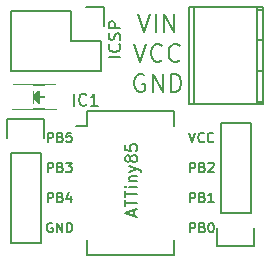
<source format=gto>
G04 #@! TF.FileFunction,Legend,Top*
%FSLAX46Y46*%
G04 Gerber Fmt 4.6, Leading zero omitted, Abs format (unit mm)*
G04 Created by KiCad (PCBNEW 4.0.1-stable) date 26.1.2016 16.01.09*
%MOMM*%
G01*
G04 APERTURE LIST*
%ADD10C,0.100000*%
%ADD11C,0.200000*%
%ADD12C,0.150000*%
%ADD13O,1.860000X1.860000*%
%ADD14O,2.292000X1.987200*%
%ADD15O,2.258980X2.258980*%
%ADD16R,2.258980X2.258980*%
%ADD17R,1.987200X1.987200*%
%ADD18O,1.987200X1.987200*%
%ADD19R,1.857660X2.060860*%
G04 APERTURE END LIST*
D10*
D11*
X176798267Y-115799810D02*
X176798267Y-115323619D01*
X177083981Y-115895048D02*
X176083981Y-115561715D01*
X177083981Y-115228381D01*
X176083981Y-115037905D02*
X176083981Y-114466476D01*
X177083981Y-114752191D02*
X176083981Y-114752191D01*
X176083981Y-114276000D02*
X176083981Y-113704571D01*
X177083981Y-113990286D02*
X176083981Y-113990286D01*
X177083981Y-113371238D02*
X176417314Y-113371238D01*
X176083981Y-113371238D02*
X176131600Y-113418857D01*
X176179219Y-113371238D01*
X176131600Y-113323619D01*
X176083981Y-113371238D01*
X176179219Y-113371238D01*
X176417314Y-112895048D02*
X177083981Y-112895048D01*
X176512552Y-112895048D02*
X176464933Y-112847429D01*
X176417314Y-112752191D01*
X176417314Y-112609333D01*
X176464933Y-112514095D01*
X176560171Y-112466476D01*
X177083981Y-112466476D01*
X176417314Y-112085524D02*
X177083981Y-111847429D01*
X176417314Y-111609333D02*
X177083981Y-111847429D01*
X177322076Y-111942667D01*
X177369695Y-111990286D01*
X177417314Y-112085524D01*
X176512552Y-111085524D02*
X176464933Y-111180762D01*
X176417314Y-111228381D01*
X176322076Y-111276000D01*
X176274457Y-111276000D01*
X176179219Y-111228381D01*
X176131600Y-111180762D01*
X176083981Y-111085524D01*
X176083981Y-110895047D01*
X176131600Y-110799809D01*
X176179219Y-110752190D01*
X176274457Y-110704571D01*
X176322076Y-110704571D01*
X176417314Y-110752190D01*
X176464933Y-110799809D01*
X176512552Y-110895047D01*
X176512552Y-111085524D01*
X176560171Y-111180762D01*
X176607790Y-111228381D01*
X176703029Y-111276000D01*
X176893505Y-111276000D01*
X176988743Y-111228381D01*
X177036362Y-111180762D01*
X177083981Y-111085524D01*
X177083981Y-110895047D01*
X177036362Y-110799809D01*
X176988743Y-110752190D01*
X176893505Y-110704571D01*
X176703029Y-110704571D01*
X176607790Y-110752190D01*
X176560171Y-110799809D01*
X176512552Y-110895047D01*
X176083981Y-109799809D02*
X176083981Y-110276000D01*
X176560171Y-110323619D01*
X176512552Y-110276000D01*
X176464933Y-110180762D01*
X176464933Y-109942666D01*
X176512552Y-109847428D01*
X176560171Y-109799809D01*
X176655410Y-109752190D01*
X176893505Y-109752190D01*
X176988743Y-109799809D01*
X177036362Y-109847428D01*
X177083981Y-109942666D01*
X177083981Y-110180762D01*
X177036362Y-110276000D01*
X176988743Y-110323619D01*
X175659041Y-102357370D02*
X174659041Y-102357370D01*
X175563803Y-101309751D02*
X175611422Y-101357370D01*
X175659041Y-101500227D01*
X175659041Y-101595465D01*
X175611422Y-101738323D01*
X175516184Y-101833561D01*
X175420946Y-101881180D01*
X175230470Y-101928799D01*
X175087612Y-101928799D01*
X174897136Y-101881180D01*
X174801898Y-101833561D01*
X174706660Y-101738323D01*
X174659041Y-101595465D01*
X174659041Y-101500227D01*
X174706660Y-101357370D01*
X174754279Y-101309751D01*
X175611422Y-100928799D02*
X175659041Y-100785942D01*
X175659041Y-100547846D01*
X175611422Y-100452608D01*
X175563803Y-100404989D01*
X175468565Y-100357370D01*
X175373327Y-100357370D01*
X175278089Y-100404989D01*
X175230470Y-100452608D01*
X175182850Y-100547846D01*
X175135231Y-100738323D01*
X175087612Y-100833561D01*
X175039993Y-100881180D01*
X174944755Y-100928799D01*
X174849517Y-100928799D01*
X174754279Y-100881180D01*
X174706660Y-100833561D01*
X174659041Y-100738323D01*
X174659041Y-100500227D01*
X174706660Y-100357370D01*
X175659041Y-99928799D02*
X174659041Y-99928799D01*
X174659041Y-99547846D01*
X174706660Y-99452608D01*
X174754279Y-99404989D01*
X174849517Y-99357370D01*
X174992374Y-99357370D01*
X175087612Y-99404989D01*
X175135231Y-99452608D01*
X175182850Y-99547846D01*
X175182850Y-99928799D01*
X177173143Y-98746571D02*
X177673143Y-100246571D01*
X178173143Y-98746571D01*
X178673143Y-100246571D02*
X178673143Y-98746571D01*
X179387429Y-100246571D02*
X179387429Y-98746571D01*
X180244572Y-100246571D01*
X180244572Y-98746571D01*
X176816000Y-101286571D02*
X177316000Y-102786571D01*
X177816000Y-101286571D01*
X179173143Y-102643714D02*
X179101714Y-102715143D01*
X178887428Y-102786571D01*
X178744571Y-102786571D01*
X178530286Y-102715143D01*
X178387428Y-102572286D01*
X178316000Y-102429429D01*
X178244571Y-102143714D01*
X178244571Y-101929429D01*
X178316000Y-101643714D01*
X178387428Y-101500857D01*
X178530286Y-101358000D01*
X178744571Y-101286571D01*
X178887428Y-101286571D01*
X179101714Y-101358000D01*
X179173143Y-101429429D01*
X180673143Y-102643714D02*
X180601714Y-102715143D01*
X180387428Y-102786571D01*
X180244571Y-102786571D01*
X180030286Y-102715143D01*
X179887428Y-102572286D01*
X179816000Y-102429429D01*
X179744571Y-102143714D01*
X179744571Y-101929429D01*
X179816000Y-101643714D01*
X179887428Y-101500857D01*
X180030286Y-101358000D01*
X180244571Y-101286571D01*
X180387428Y-101286571D01*
X180601714Y-101358000D01*
X180673143Y-101429429D01*
X181483133Y-108781905D02*
X181749800Y-109581905D01*
X182016467Y-108781905D01*
X182740276Y-109505714D02*
X182702181Y-109543810D01*
X182587895Y-109581905D01*
X182511705Y-109581905D01*
X182397419Y-109543810D01*
X182321228Y-109467619D01*
X182283133Y-109391429D01*
X182245038Y-109239048D01*
X182245038Y-109124762D01*
X182283133Y-108972381D01*
X182321228Y-108896190D01*
X182397419Y-108820000D01*
X182511705Y-108781905D01*
X182587895Y-108781905D01*
X182702181Y-108820000D01*
X182740276Y-108858095D01*
X183540276Y-109505714D02*
X183502181Y-109543810D01*
X183387895Y-109581905D01*
X183311705Y-109581905D01*
X183197419Y-109543810D01*
X183121228Y-109467619D01*
X183083133Y-109391429D01*
X183045038Y-109239048D01*
X183045038Y-109124762D01*
X183083133Y-108972381D01*
X183121228Y-108896190D01*
X183197419Y-108820000D01*
X183311705Y-108781905D01*
X183387895Y-108781905D01*
X183502181Y-108820000D01*
X183540276Y-108858095D01*
X177673143Y-103898000D02*
X177530286Y-103826571D01*
X177316000Y-103826571D01*
X177101715Y-103898000D01*
X176958857Y-104040857D01*
X176887429Y-104183714D01*
X176816000Y-104469429D01*
X176816000Y-104683714D01*
X176887429Y-104969429D01*
X176958857Y-105112286D01*
X177101715Y-105255143D01*
X177316000Y-105326571D01*
X177458857Y-105326571D01*
X177673143Y-105255143D01*
X177744572Y-105183714D01*
X177744572Y-104683714D01*
X177458857Y-104683714D01*
X178387429Y-105326571D02*
X178387429Y-103826571D01*
X179244572Y-105326571D01*
X179244572Y-103826571D01*
X179958858Y-105326571D02*
X179958858Y-103826571D01*
X180316001Y-103826571D01*
X180530286Y-103898000D01*
X180673144Y-104040857D01*
X180744572Y-104183714D01*
X180816001Y-104469429D01*
X180816001Y-104683714D01*
X180744572Y-104969429D01*
X180673144Y-105112286D01*
X180530286Y-105255143D01*
X180316001Y-105326571D01*
X179958858Y-105326571D01*
X169900677Y-116440000D02*
X169824486Y-116401905D01*
X169710201Y-116401905D01*
X169595915Y-116440000D01*
X169519724Y-116516190D01*
X169481629Y-116592381D01*
X169443534Y-116744762D01*
X169443534Y-116859048D01*
X169481629Y-117011429D01*
X169519724Y-117087619D01*
X169595915Y-117163810D01*
X169710201Y-117201905D01*
X169786391Y-117201905D01*
X169900677Y-117163810D01*
X169938772Y-117125714D01*
X169938772Y-116859048D01*
X169786391Y-116859048D01*
X170281629Y-117201905D02*
X170281629Y-116401905D01*
X170738772Y-117201905D01*
X170738772Y-116401905D01*
X171119724Y-117201905D02*
X171119724Y-116401905D01*
X171310200Y-116401905D01*
X171424486Y-116440000D01*
X171500677Y-116516190D01*
X171538772Y-116592381D01*
X171576867Y-116744762D01*
X171576867Y-116859048D01*
X171538772Y-117011429D01*
X171500677Y-117087619D01*
X171424486Y-117163810D01*
X171310200Y-117201905D01*
X171119724Y-117201905D01*
X169519724Y-114661905D02*
X169519724Y-113861905D01*
X169824486Y-113861905D01*
X169900677Y-113900000D01*
X169938772Y-113938095D01*
X169976867Y-114014286D01*
X169976867Y-114128571D01*
X169938772Y-114204762D01*
X169900677Y-114242857D01*
X169824486Y-114280952D01*
X169519724Y-114280952D01*
X170586391Y-114242857D02*
X170700677Y-114280952D01*
X170738772Y-114319048D01*
X170776867Y-114395238D01*
X170776867Y-114509524D01*
X170738772Y-114585714D01*
X170700677Y-114623810D01*
X170624486Y-114661905D01*
X170319724Y-114661905D01*
X170319724Y-113861905D01*
X170586391Y-113861905D01*
X170662581Y-113900000D01*
X170700677Y-113938095D01*
X170738772Y-114014286D01*
X170738772Y-114090476D01*
X170700677Y-114166667D01*
X170662581Y-114204762D01*
X170586391Y-114242857D01*
X170319724Y-114242857D01*
X171462581Y-114128571D02*
X171462581Y-114661905D01*
X171272105Y-113823810D02*
X171081629Y-114395238D01*
X171576867Y-114395238D01*
X169519724Y-112121905D02*
X169519724Y-111321905D01*
X169824486Y-111321905D01*
X169900677Y-111360000D01*
X169938772Y-111398095D01*
X169976867Y-111474286D01*
X169976867Y-111588571D01*
X169938772Y-111664762D01*
X169900677Y-111702857D01*
X169824486Y-111740952D01*
X169519724Y-111740952D01*
X170586391Y-111702857D02*
X170700677Y-111740952D01*
X170738772Y-111779048D01*
X170776867Y-111855238D01*
X170776867Y-111969524D01*
X170738772Y-112045714D01*
X170700677Y-112083810D01*
X170624486Y-112121905D01*
X170319724Y-112121905D01*
X170319724Y-111321905D01*
X170586391Y-111321905D01*
X170662581Y-111360000D01*
X170700677Y-111398095D01*
X170738772Y-111474286D01*
X170738772Y-111550476D01*
X170700677Y-111626667D01*
X170662581Y-111664762D01*
X170586391Y-111702857D01*
X170319724Y-111702857D01*
X171043534Y-111321905D02*
X171538772Y-111321905D01*
X171272105Y-111626667D01*
X171386391Y-111626667D01*
X171462581Y-111664762D01*
X171500677Y-111702857D01*
X171538772Y-111779048D01*
X171538772Y-111969524D01*
X171500677Y-112045714D01*
X171462581Y-112083810D01*
X171386391Y-112121905D01*
X171157819Y-112121905D01*
X171081629Y-112083810D01*
X171043534Y-112045714D01*
X181559324Y-117227305D02*
X181559324Y-116427305D01*
X181864086Y-116427305D01*
X181940277Y-116465400D01*
X181978372Y-116503495D01*
X182016467Y-116579686D01*
X182016467Y-116693971D01*
X181978372Y-116770162D01*
X181940277Y-116808257D01*
X181864086Y-116846352D01*
X181559324Y-116846352D01*
X182625991Y-116808257D02*
X182740277Y-116846352D01*
X182778372Y-116884448D01*
X182816467Y-116960638D01*
X182816467Y-117074924D01*
X182778372Y-117151114D01*
X182740277Y-117189210D01*
X182664086Y-117227305D01*
X182359324Y-117227305D01*
X182359324Y-116427305D01*
X182625991Y-116427305D01*
X182702181Y-116465400D01*
X182740277Y-116503495D01*
X182778372Y-116579686D01*
X182778372Y-116655876D01*
X182740277Y-116732067D01*
X182702181Y-116770162D01*
X182625991Y-116808257D01*
X182359324Y-116808257D01*
X183311705Y-116427305D02*
X183387896Y-116427305D01*
X183464086Y-116465400D01*
X183502181Y-116503495D01*
X183540277Y-116579686D01*
X183578372Y-116732067D01*
X183578372Y-116922543D01*
X183540277Y-117074924D01*
X183502181Y-117151114D01*
X183464086Y-117189210D01*
X183387896Y-117227305D01*
X183311705Y-117227305D01*
X183235515Y-117189210D01*
X183197419Y-117151114D01*
X183159324Y-117074924D01*
X183121229Y-116922543D01*
X183121229Y-116732067D01*
X183159324Y-116579686D01*
X183197419Y-116503495D01*
X183235515Y-116465400D01*
X183311705Y-116427305D01*
X181559324Y-114661905D02*
X181559324Y-113861905D01*
X181864086Y-113861905D01*
X181940277Y-113900000D01*
X181978372Y-113938095D01*
X182016467Y-114014286D01*
X182016467Y-114128571D01*
X181978372Y-114204762D01*
X181940277Y-114242857D01*
X181864086Y-114280952D01*
X181559324Y-114280952D01*
X182625991Y-114242857D02*
X182740277Y-114280952D01*
X182778372Y-114319048D01*
X182816467Y-114395238D01*
X182816467Y-114509524D01*
X182778372Y-114585714D01*
X182740277Y-114623810D01*
X182664086Y-114661905D01*
X182359324Y-114661905D01*
X182359324Y-113861905D01*
X182625991Y-113861905D01*
X182702181Y-113900000D01*
X182740277Y-113938095D01*
X182778372Y-114014286D01*
X182778372Y-114090476D01*
X182740277Y-114166667D01*
X182702181Y-114204762D01*
X182625991Y-114242857D01*
X182359324Y-114242857D01*
X183578372Y-114661905D02*
X183121229Y-114661905D01*
X183349800Y-114661905D02*
X183349800Y-113861905D01*
X183273610Y-113976190D01*
X183197419Y-114052381D01*
X183121229Y-114090476D01*
X181559324Y-112121905D02*
X181559324Y-111321905D01*
X181864086Y-111321905D01*
X181940277Y-111360000D01*
X181978372Y-111398095D01*
X182016467Y-111474286D01*
X182016467Y-111588571D01*
X181978372Y-111664762D01*
X181940277Y-111702857D01*
X181864086Y-111740952D01*
X181559324Y-111740952D01*
X182625991Y-111702857D02*
X182740277Y-111740952D01*
X182778372Y-111779048D01*
X182816467Y-111855238D01*
X182816467Y-111969524D01*
X182778372Y-112045714D01*
X182740277Y-112083810D01*
X182664086Y-112121905D01*
X182359324Y-112121905D01*
X182359324Y-111321905D01*
X182625991Y-111321905D01*
X182702181Y-111360000D01*
X182740277Y-111398095D01*
X182778372Y-111474286D01*
X182778372Y-111550476D01*
X182740277Y-111626667D01*
X182702181Y-111664762D01*
X182625991Y-111702857D01*
X182359324Y-111702857D01*
X183121229Y-111398095D02*
X183159324Y-111360000D01*
X183235515Y-111321905D01*
X183425991Y-111321905D01*
X183502181Y-111360000D01*
X183540277Y-111398095D01*
X183578372Y-111474286D01*
X183578372Y-111550476D01*
X183540277Y-111664762D01*
X183083134Y-112121905D01*
X183578372Y-112121905D01*
X169519724Y-109581905D02*
X169519724Y-108781905D01*
X169824486Y-108781905D01*
X169900677Y-108820000D01*
X169938772Y-108858095D01*
X169976867Y-108934286D01*
X169976867Y-109048571D01*
X169938772Y-109124762D01*
X169900677Y-109162857D01*
X169824486Y-109200952D01*
X169519724Y-109200952D01*
X170586391Y-109162857D02*
X170700677Y-109200952D01*
X170738772Y-109239048D01*
X170776867Y-109315238D01*
X170776867Y-109429524D01*
X170738772Y-109505714D01*
X170700677Y-109543810D01*
X170624486Y-109581905D01*
X170319724Y-109581905D01*
X170319724Y-108781905D01*
X170586391Y-108781905D01*
X170662581Y-108820000D01*
X170700677Y-108858095D01*
X170738772Y-108934286D01*
X170738772Y-109010476D01*
X170700677Y-109086667D01*
X170662581Y-109124762D01*
X170586391Y-109162857D01*
X170319724Y-109162857D01*
X171500677Y-108781905D02*
X171119724Y-108781905D01*
X171081629Y-109162857D01*
X171119724Y-109124762D01*
X171195915Y-109086667D01*
X171386391Y-109086667D01*
X171462581Y-109124762D01*
X171500677Y-109162857D01*
X171538772Y-109239048D01*
X171538772Y-109429524D01*
X171500677Y-109505714D01*
X171462581Y-109543810D01*
X171386391Y-109581905D01*
X171195915Y-109581905D01*
X171119724Y-109543810D01*
X171081629Y-109505714D01*
D12*
X172855000Y-106925000D02*
X172855000Y-108195000D01*
X180205000Y-106925000D02*
X180205000Y-108195000D01*
X180205000Y-119135000D02*
X180205000Y-117865000D01*
X172855000Y-119135000D02*
X172855000Y-117865000D01*
X172855000Y-106925000D02*
X180205000Y-106925000D01*
X172855000Y-119135000D02*
X180205000Y-119135000D01*
X172855000Y-108195000D02*
X171920000Y-108195000D01*
X166370000Y-110490000D02*
X166370000Y-118110000D01*
X168910000Y-110490000D02*
X168910000Y-118110000D01*
X169190000Y-107670000D02*
X169190000Y-109220000D01*
X166370000Y-118110000D02*
X168910000Y-118110000D01*
X168910000Y-110490000D02*
X166370000Y-110490000D01*
X166090000Y-109220000D02*
X166090000Y-107670000D01*
X166090000Y-107670000D02*
X169190000Y-107670000D01*
X186690000Y-115570000D02*
X186690000Y-107950000D01*
X184150000Y-115570000D02*
X184150000Y-107950000D01*
X183870000Y-118390000D02*
X183870000Y-116840000D01*
X186690000Y-107950000D02*
X184150000Y-107950000D01*
X184150000Y-115570000D02*
X186690000Y-115570000D01*
X186970000Y-116840000D02*
X186970000Y-118390000D01*
X186970000Y-118390000D02*
X183870000Y-118390000D01*
X181498240Y-98178620D02*
X181498240Y-106377740D01*
X181897020Y-98178620D02*
X181897020Y-106377740D01*
X187198000Y-98178620D02*
X187198000Y-106377740D01*
X187695840Y-106377740D02*
X187695840Y-98178620D01*
X187198000Y-100977700D02*
X187695840Y-100977700D01*
X187695840Y-106177080D02*
X187198000Y-106177080D01*
X187198000Y-98376740D02*
X187695840Y-98376740D01*
X187695840Y-103576120D02*
X187198000Y-103576120D01*
X187695840Y-98178620D02*
X181498240Y-98178620D01*
X181498240Y-106375200D02*
X187695840Y-106375200D01*
X171450000Y-98450400D02*
X166370000Y-98450400D01*
X174270000Y-98170400D02*
X174270000Y-99720400D01*
X173990000Y-100990400D02*
X171450000Y-100990400D01*
X171450000Y-100990400D02*
X171450000Y-98450400D01*
X166370000Y-98450400D02*
X166370000Y-103530400D01*
X166370000Y-103530400D02*
X171450000Y-103530400D01*
X174270000Y-98170400D02*
X172720000Y-98170400D01*
X173990000Y-103530400D02*
X173990000Y-100990400D01*
X171450000Y-103530400D02*
X173990000Y-103530400D01*
X166599980Y-106813060D02*
X170199980Y-106813060D01*
X166599980Y-104713060D02*
X170199980Y-104713060D01*
X168649980Y-105463060D02*
X168649980Y-106063060D01*
X168649980Y-106063060D02*
X168349980Y-105763060D01*
X168349980Y-105763060D02*
X168549980Y-105563060D01*
X168549980Y-105563060D02*
X168549980Y-105813060D01*
X168549980Y-105813060D02*
X168499980Y-105763060D01*
X168249980Y-105263060D02*
X168249980Y-106263060D01*
X168749980Y-105763060D02*
X169249980Y-105763060D01*
X168249980Y-105763060D02*
X168749980Y-105263060D01*
X168749980Y-105263060D02*
X168749980Y-106263060D01*
X168749980Y-106263060D02*
X168249980Y-105763060D01*
X171743810Y-106497381D02*
X171743810Y-105497381D01*
X172791429Y-106402143D02*
X172743810Y-106449762D01*
X172600953Y-106497381D01*
X172505715Y-106497381D01*
X172362857Y-106449762D01*
X172267619Y-106354524D01*
X172220000Y-106259286D01*
X172172381Y-106068810D01*
X172172381Y-105925952D01*
X172220000Y-105735476D01*
X172267619Y-105640238D01*
X172362857Y-105545000D01*
X172505715Y-105497381D01*
X172600953Y-105497381D01*
X172743810Y-105545000D01*
X172791429Y-105592619D01*
X173743810Y-106497381D02*
X173172381Y-106497381D01*
X173458095Y-106497381D02*
X173458095Y-105497381D01*
X173362857Y-105640238D01*
X173267619Y-105735476D01*
X173172381Y-105783095D01*
%LPC*%
D13*
X172720000Y-109220000D03*
X172720000Y-111760000D03*
X172720000Y-114300000D03*
X172720000Y-116840000D03*
X180340000Y-116840000D03*
X180340000Y-114300000D03*
X180340000Y-111760000D03*
X180340000Y-109220000D03*
D14*
X167640000Y-109220000D03*
X167640000Y-111760000D03*
X167640000Y-114300000D03*
X167640000Y-116840000D03*
X185420000Y-116840000D03*
X185420000Y-114300000D03*
X185420000Y-111760000D03*
X185420000Y-109220000D03*
D15*
X184597040Y-99738180D03*
D16*
X184597040Y-104818180D03*
D15*
X184597040Y-102278180D03*
D17*
X172720000Y-99720400D03*
D18*
X172720000Y-102260400D03*
X170180000Y-99720400D03*
X170180000Y-102260400D03*
X167640000Y-99720400D03*
X167640000Y-102260400D03*
D19*
X170169840Y-105763060D03*
X167330120Y-105763060D03*
M02*

</source>
